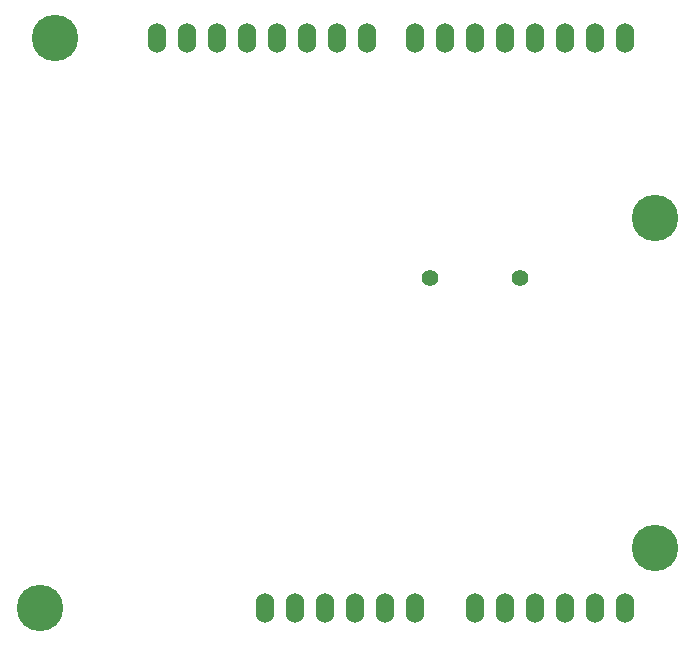
<source format=gtl>
G04 (created by PCBNEW (2013-may-18)-stable) date sam. 15 mars 2014 03:05:03 CET*
%MOIN*%
G04 Gerber Fmt 3.4, Leading zero omitted, Abs format*
%FSLAX34Y34*%
G01*
G70*
G90*
G04 APERTURE LIST*
%ADD10C,0.00590551*%
%ADD11O,0.06X0.1*%
%ADD12C,0.155*%
%ADD13C,0.055*%
G04 APERTURE END LIST*
G54D10*
G54D11*
X84000Y-73500D03*
X83000Y-73500D03*
X82000Y-73500D03*
X79000Y-73500D03*
X80000Y-73500D03*
X81000Y-73500D03*
X77000Y-73500D03*
X76000Y-73500D03*
X75000Y-73500D03*
X73000Y-73500D03*
X72000Y-73500D03*
X84000Y-54500D03*
X83000Y-54500D03*
X82000Y-54500D03*
X81000Y-54500D03*
X80000Y-54500D03*
X79000Y-54500D03*
X78000Y-54500D03*
X77000Y-54500D03*
X75400Y-54500D03*
X74400Y-54500D03*
X73400Y-54500D03*
X72400Y-54500D03*
X71400Y-54500D03*
X70400Y-54500D03*
X69400Y-54500D03*
X68400Y-54500D03*
X74000Y-73500D03*
G54D12*
X85000Y-71500D03*
X85000Y-60500D03*
X65000Y-54500D03*
X64500Y-73500D03*
G54D13*
X77500Y-62500D03*
X80500Y-62500D03*
M02*

</source>
